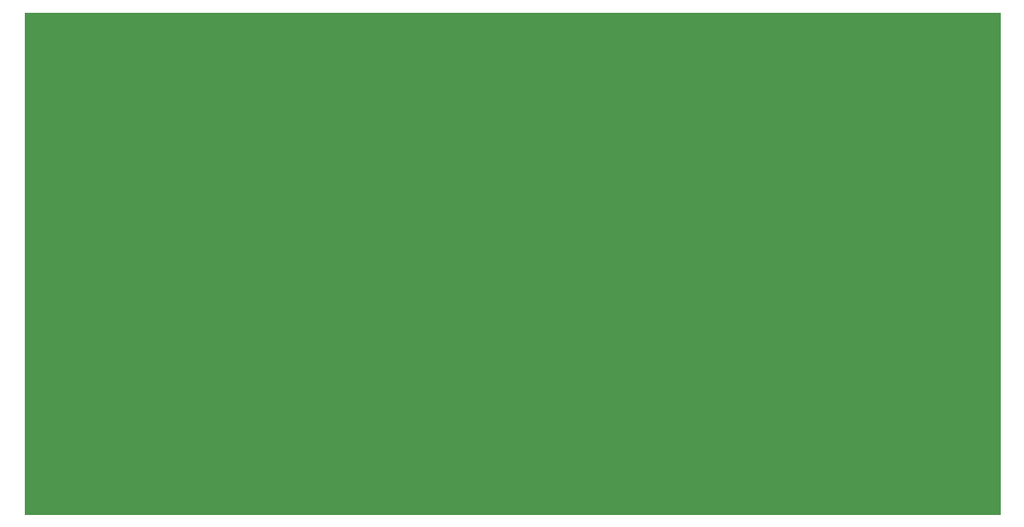
<source format=gbr>
G04 #@! TF.GenerationSoftware,KiCad,Pcbnew,(6.0.5)*
G04 #@! TF.CreationDate,2023-01-29T21:03:10+01:00*
G04 #@! TF.ProjectId,bplate,62706c61-7465-42e6-9b69-6361645f7063,0.8*
G04 #@! TF.SameCoordinates,Original*
G04 #@! TF.FileFunction,Copper,L1,Top*
G04 #@! TF.FilePolarity,Positive*
%FSLAX46Y46*%
G04 Gerber Fmt 4.6, Leading zero omitted, Abs format (unit mm)*
G04 Created by KiCad (PCBNEW (6.0.5)) date 2023-01-29 21:03:10*
%MOMM*%
%LPD*%
G01*
G04 APERTURE LIST*
G04 #@! TA.AperFunction,NonConductor*
%ADD10C,0.100000*%
G04 #@! TD*
G04 APERTURE END LIST*
D10*
X90000000Y-70000000D02*
X193000000Y-70000000D01*
X193000000Y-70000000D02*
X193000000Y-123000000D01*
X193000000Y-123000000D02*
X90000000Y-123000000D01*
X90000000Y-123000000D02*
X90000000Y-70000000D01*
G36*
X90000000Y-70000000D02*
G01*
X193000000Y-70000000D01*
X193000000Y-123000000D01*
X90000000Y-123000000D01*
X90000000Y-70000000D01*
G37*
M02*

</source>
